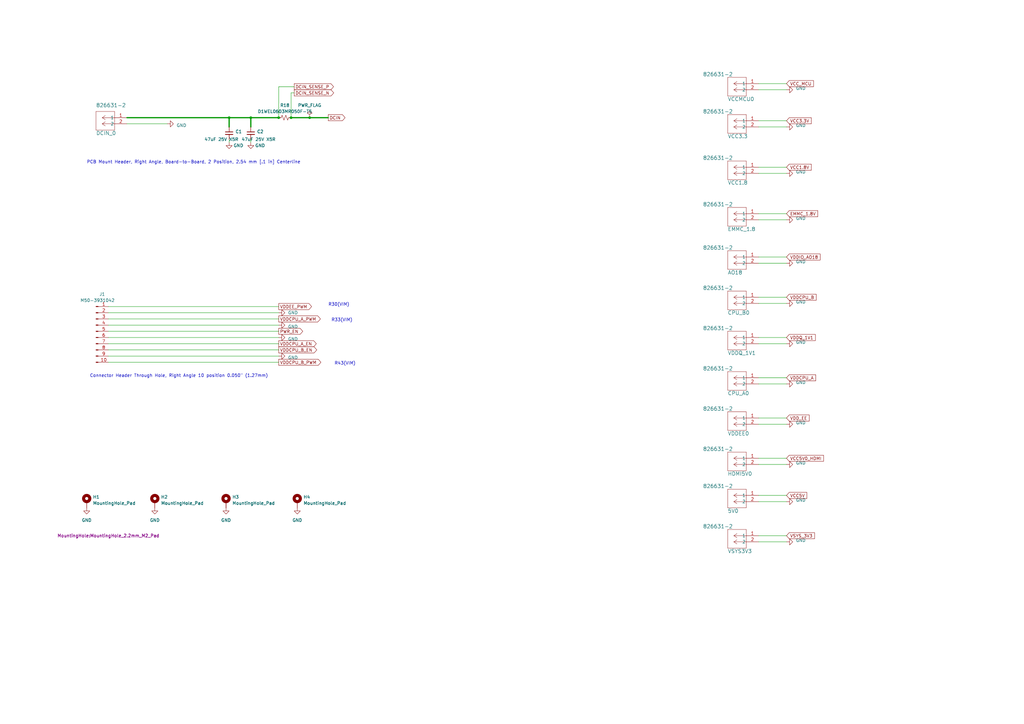
<source format=kicad_sch>
(kicad_sch (version 20230121) (generator eeschema)
  (paper "A3")
  (title_block (title "Gonk") (date "2023-07-20") (rev "P0"))
  (lib_symbols
    (symbol "Connector:Conn_01x10_Pin" (pin_names (offset 1.016) hide)
      (property "Reference" "J" (at 0 12.7 0))
      (property "Value" "Conn_01x10_Pin" (at 0 -15.24 0))
      (symbol "Conn_01x10_Pin_1_1"
        (polyline (pts (xy 1.27 -12.7) (xy 0.8636 -12.7)) (stroke (width 0.1524)))
        (polyline (pts (xy 1.27 -10.16) (xy 0.8636 -10.16)) (stroke (width 0.1524)))
        (polyline (pts (xy 1.27 -7.62) (xy 0.8636 -7.62)) (stroke (width 0.1524)))
        (polyline (pts (xy 1.27 -5.08) (xy 0.8636 -5.08)) (stroke (width 0.1524)))
        (polyline (pts (xy 1.27 -2.54) (xy 0.8636 -2.54)) (stroke (width 0.1524)))
        (polyline (pts (xy 1.27 0) (xy 0.8636 0)) (stroke (width 0.1524)))
        (polyline (pts (xy 1.27 2.54) (xy 0.8636 2.54)) (stroke (width 0.1524)))
        (polyline (pts (xy 1.27 5.08) (xy 0.8636 5.08)) (stroke (width 0.1524)))
        (polyline (pts (xy 1.27 7.62) (xy 0.8636 7.62)) (stroke (width 0.1524)))
        (polyline (pts (xy 1.27 10.16) (xy 0.8636 10.16)) (stroke (width 0.1524)))
        (rectangle (start 0.8636 -12.573) (end 0 -12.827) (stroke (width 0.1524)) (fill (type outline)))
        (rectangle (start 0.8636 -10.033) (end 0 -10.287) (stroke (width 0.1524)) (fill (type outline)))
        (rectangle (start 0.8636 -7.493) (end 0 -7.747) (stroke (width 0.1524)) (fill (type outline)))
        (rectangle (start 0.8636 -4.953) (end 0 -5.207) (stroke (width 0.1524)) (fill (type outline)))
        (rectangle (start 0.8636 -2.413) (end 0 -2.667) (stroke (width 0.1524)) (fill (type outline)))
        (rectangle (start 0.8636 0.127) (end 0 -0.127) (stroke (width 0.1524)) (fill (type outline)))
        (rectangle (start 0.8636 2.667) (end 0 2.413) (stroke (width 0.1524)) (fill (type outline)))
        (rectangle (start 0.8636 5.207) (end 0 4.953) (stroke (width 0.1524)) (fill (type outline)))
        (rectangle (start 0.8636 7.747) (end 0 7.493) (stroke (width 0.1524)) (fill (type outline)))
        (rectangle (start 0.8636 10.287) (end 0 10.033) (stroke (width 0.1524)) (fill (type outline)))
        (pin passive line (at 5.08 10.16 180) (length 3.81) (name "Pin_1") (number "1"))
        (pin passive line (at 5.08 -12.7 180) (length 3.81) (name "Pin_10") (number "10"))
        (pin passive line (at 5.08 7.62 180) (length 3.81) (name "Pin_2") (number "2"))
        (pin passive line (at 5.08 5.08 180) (length 3.81) (name "Pin_3") (number "3"))
        (pin passive line (at 5.08 2.54 180) (length 3.81) (name "Pin_4") (number "4"))
        (pin passive line (at 5.08 0 180) (length 3.81) (name "Pin_5") (number "5"))
        (pin passive line (at 5.08 -2.54 180) (length 3.81) (name "Pin_6") (number "6"))
        (pin passive line (at 5.08 -5.08 180) (length 3.81) (name "Pin_7") (number "7"))
        (pin passive line (at 5.08 -7.62 180) (length 3.81) (name "Pin_8") (number "8"))
        (pin passive line (at 5.08 -10.16 180) (length 3.81) (name "Pin_9") (number "9"))
      )
    )
    (symbol "Connector:TSW-102-07-G-S" (pin_names (offset 0.254))
      (property "Reference" "J" (at 8.89 6.35 0))
      (property "Value" "TSW-102-07-G-S" (at 0 0 0))
      (symbol "TSW-102-07-G-S_1_1"
        (polyline (pts (xy 5.08 -5.08) (xy 12.7 -5.08)) (stroke (width 0.127)))
        (polyline (pts (xy 5.08 2.54) (xy 5.08 -5.08)) (stroke (width 0.127)))
        (polyline (pts (xy 10.16 -2.54) (xy 5.08 -2.54)) (stroke (width 0.127)))
        (polyline (pts (xy 10.16 -2.54) (xy 8.89 -3.3867)) (stroke (width 0.127)))
        (polyline (pts (xy 10.16 -2.54) (xy 8.89 -1.6933)) (stroke (width 0.127)))
        (polyline (pts (xy 10.16 0) (xy 5.08 0)) (stroke (width 0.127)))
        (polyline (pts (xy 10.16 0) (xy 8.89 -0.8467)) (stroke (width 0.127)))
        (polyline (pts (xy 10.16 0) (xy 8.89 0.8467)) (stroke (width 0.127)))
        (polyline (pts (xy 12.7 -5.08) (xy 12.7 2.54)) (stroke (width 0.127)))
        (polyline (pts (xy 12.7 2.54) (xy 5.08 2.54)) (stroke (width 0.127)))
        (pin unspecified line (at 0 0 0) (length 5.08) (name "1") (number "1"))
        (pin unspecified line (at 0 -2.54 0) (length 5.08) (name "2") (number "2"))
      )
      (symbol "TSW-102-07-G-S_1_2"
        (polyline (pts (xy 5.08 -5.08) (xy 12.7 -5.08)) (stroke (width 0.127)))
        (polyline (pts (xy 5.08 2.54) (xy 5.08 -5.08)) (stroke (width 0.127)))
        (polyline (pts (xy 7.62 -2.54) (xy 5.08 -2.54)) (stroke (width 0.127)))
        (polyline (pts (xy 7.62 -2.54) (xy 8.89 -3.3867)) (stroke (width 0.127)))
        (polyline (pts (xy 7.62 -2.54) (xy 8.89 -1.6933)) (stroke (width 0.127)))
        (polyline (pts (xy 7.62 0) (xy 5.08 0)) (stroke (width 0.127)))
        (polyline (pts (xy 7.62 0) (xy 8.89 -0.8467)) (stroke (width 0.127)))
        (polyline (pts (xy 7.62 0) (xy 8.89 0.8467)) (stroke (width 0.127)))
        (polyline (pts (xy 12.7 -5.08) (xy 12.7 2.54)) (stroke (width 0.127)))
        (polyline (pts (xy 12.7 2.54) (xy 5.08 2.54)) (stroke (width 0.127)))
        (pin unspecified line (at 0 0 0) (length 5.08) (name "1") (number "1"))
        (pin unspecified line (at 0 -2.54 0) (length 5.08) (name "2") (number "2"))
      )
    )
    (symbol "Device:C_Small" (pin_numbers hide) (pin_names (offset 0.254) hide)
      (property "Reference" "C" (at 0.254 1.778 0))
      (property "Value" "C_Small" (at 0.254 -2.032 0))
      (symbol "C_Small_0_1"
        (polyline (pts (xy -1.524 -0.508) (xy 1.524 -0.508)) (stroke (width 0.3302)))
        (polyline (pts (xy -1.524 0.508) (xy 1.524 0.508)) (stroke (width 0.3048)))
      )
      (symbol "C_Small_1_1"
        (pin passive line (at 0 2.54 270) (length 2.032) (name "~") (number "1"))
        (pin passive line (at 0 -2.54 90) (length 2.032) (name "~") (number "2"))
      )
    )
    (symbol "Device:R_Small_US" (pin_numbers hide) (pin_names (offset 0.254) hide)
      (property "Reference" "R" (at 0.762 0.508 0))
      (property "Value" "R_Small_US" (at 0.762 -1.016 0))
      (symbol "R_Small_US_1_1"
        (polyline (pts (xy 0 0) (xy 1.016 -0.381) (xy 0 -0.762) (xy -1.016 -1.143) (xy 0 -1.524)))
        (polyline (pts (xy 0 1.524) (xy 1.016 1.143) (xy 0 0.762) (xy -1.016 0.381) (xy 0 0)))
        (pin passive line (at 0 2.54 270) (length 1.016) (name "~") (number "1"))
        (pin passive line (at 0 -2.54 90) (length 1.016) (name "~") (number "2"))
      )
    )
    (symbol "Mechanical:MountingHole_Pad" (pin_numbers hide) (pin_names (offset 1.016) hide)
      (property "Reference" "H" (at 0 6.35 0))
      (property "Value" "MountingHole_Pad" (at 0 4.445 0))
      (symbol "MountingHole_Pad_0_1"
        (circle (center 0 1.27) (radius 1.27) (stroke (width 1.27)))
      )
      (symbol "MountingHole_Pad_1_1"
        (pin input line (at 0 -2.54 90) (length 2.54) (name "1") (number "1"))
      )
    )
    (symbol "power:GND" (power) (pin_names (offset 0))
      (property "Value" "GND" (at 0 -3.81 0))
      (symbol "GND_0_1"
        (polyline (pts (xy 0 0) (xy 0 -1.27) (xy 1.27 -1.27) (xy 0 -2.54) (xy -1.27 -1.27) (xy 0 -1.27)))
      )
      (symbol "GND_1_1"
        (pin power_in line (at 0 0 270) (length 0) hide (name "GND") (number "1"))
      )
    )
    (symbol "power:PWR_FLAG" (power) (pin_numbers hide) (pin_names (offset 0) hide)
      (property "Value" "PWR_FLAG" (at 0 3.81 0))
      (symbol "PWR_FLAG_0_0"
        (pin power_out line (at 0 0 90) (length 0) (name "pwr") (number "1"))
      )
      (symbol "PWR_FLAG_0_1"
        (polyline (pts (xy 0 0) (xy 0 1.27) (xy -1.016 1.905) (xy 0 2.54) (xy 1.016 1.905) (xy 0 1.27)))
      )
    )
  )
  (junction (at 127 48.26))
  (junction (at 114.3 48.26))
  (junction (at 93.98 48.26))
  (junction (at 119.38 48.26))
  (junction (at 102.87 48.26))
  (wire (pts (xy 311.15 222.25) (xy 322.58 222.25)))
  (wire (pts (xy 311.15 157.48) (xy 322.58 157.48)))
  (wire (pts (xy 322.58 87.63) (xy 311.15 87.63)))
  (wire (pts (xy 44.45 138.43) (xy 114.3 138.43)))
  (wire (pts (xy 102.87 57.15) (xy 102.87 58.42)))
  (wire (pts (xy 311.15 107.95) (xy 322.58 107.95)))
  (wire (pts (xy 311.15 36.83) (xy 322.58 36.83)))
  (wire (pts (xy 120.65 38.1) (xy 119.38 38.1)))
  (wire (pts (xy 102.87 48.26) (xy 102.87 52.07)) (stroke (width 0.5)))
  (wire (pts (xy 322.58 138.43) (xy 311.15 138.43)))
  (wire (pts (xy 120.65 35.56) (xy 114.3 35.56)))
  (wire (pts (xy 102.87 48.26) (xy 114.3 48.26)) (stroke (width 0.5)))
  (wire (pts (xy 322.58 105.41) (xy 311.15 105.41)))
  (wire (pts (xy 322.58 49.53) (xy 311.15 49.53)))
  (wire (pts (xy 44.45 146.05) (xy 114.3 146.05)))
  (wire (pts (xy 322.58 219.71) (xy 311.15 219.71)))
  (wire (pts (xy 44.45 130.81) (xy 114.3 130.81)))
  (wire (pts (xy 322.58 171.45) (xy 311.15 171.45)))
  (wire (pts (xy 93.98 57.15) (xy 93.98 58.42)))
  (wire (pts (xy 44.45 140.97) (xy 114.3 140.97)))
  (wire (pts (xy 119.38 38.1) (xy 119.38 48.26)))
  (wire (pts (xy 123.19 48.26) (xy 127 48.26)))
  (wire (pts (xy 119.38 48.26) (xy 127 48.26)) (stroke (width 0.5)))
  (wire (pts (xy 127 48.26) (xy 134.62 48.26)) (stroke (width 0.5)))
  (wire (pts (xy 311.15 124.46) (xy 322.58 124.46)))
  (wire (pts (xy 44.45 133.35) (xy 114.3 133.35)))
  (wire (pts (xy 44.45 148.59) (xy 114.3 148.59)))
  (wire (pts (xy 93.98 48.26) (xy 102.87 48.26)) (stroke (width 0.5)))
  (wire (pts (xy 311.15 205.74) (xy 322.58 205.74)))
  (wire (pts (xy 44.45 128.27) (xy 114.3 128.27)))
  (wire (pts (xy 311.15 190.5) (xy 322.58 190.5)))
  (wire (pts (xy 44.45 135.89) (xy 114.3 135.89)))
  (wire (pts (xy 311.15 140.97) (xy 322.58 140.97)))
  (wire (pts (xy 322.58 203.2) (xy 311.15 203.2)))
  (wire (pts (xy 322.58 34.29) (xy 311.15 34.29)))
  (wire (pts (xy 52.07 50.8) (xy 68.58 50.8)))
  (wire (pts (xy 322.58 121.92) (xy 311.15 121.92)))
  (wire (pts (xy 52.07 48.26) (xy 93.98 48.26)) (stroke (width 0.5)))
  (wire (pts (xy 93.98 48.26) (xy 93.98 52.07)) (stroke (width 0.5)))
  (wire (pts (xy 311.15 90.17) (xy 322.58 90.17)))
  (wire (pts (xy 311.15 173.99) (xy 322.58 173.99)))
  (wire (pts (xy 44.45 143.51) (xy 114.3 143.51)))
  (wire (pts (xy 311.15 52.07) (xy 322.58 52.07)))
  (wire (pts (xy 322.58 187.96) (xy 311.15 187.96)))
  (wire (pts (xy 44.45 125.73) (xy 114.3 125.73)))
  (wire (pts (xy 322.58 68.58) (xy 311.15 68.58)))
  (wire (pts (xy 114.3 35.56) (xy 114.3 48.26)))
  (wire (pts (xy 322.58 154.94) (xy 311.15 154.94)))
  (wire (pts (xy 311.15 71.12) (xy 322.58 71.12)))
  (text "Connector Header Through Hole, Right Angle 10 position 0.050\" (1.27mm)\n" (at 36.83 154.94 0) (effects (font (size 1.27 1.27)) (justify left bottom)))
  (text "R33(VIM)" (at 135.89 132.08 0) (effects (font (size 1.27 1.27)) (justify left bottom)))
  (text "R30(VIM)" (at 134.62 125.73 0) (effects (font (size 1.27 1.27)) (justify left bottom)))
  (text "R43(VIM)" (at 137.16 149.86 0) (effects (font (size 1.27 1.27)) (justify left bottom)))
  (text "PCB Mount Header, Right Angle, Board-to-Board, 2 Position, 2.54 mm [.1 in] Centerline" (at 35.56 67.31 0) (effects (font (size 1.27 1.27)) (justify left bottom)))
  (global_label "EMMC_1.8V" (shape input) (at 322.58 87.63 0) (property "Intersheetrefs" "${INTERSHEET_REFS}" (at 335.8876 87.63 0) (effects (justify left))))
  (global_label "VDDCPU_A" (shape input) (at 322.58 154.94 0) (property "Intersheetrefs" "${INTERSHEET_REFS}" (at 335.0411 154.94 0) (effects (justify left))))
  (global_label "VDDCPU_B_EN" (shape output) (at 114.3 143.51 0) (property "Intersheetrefs" "${INTERSHEET_REFS}" (at 130.3896 143.51 0) (effects (justify left))))
  (global_label "VDDCPU_B" (shape input) (at 322.58 121.92 0) (property "Intersheetrefs" "${INTERSHEET_REFS}" (at 335.2225 121.92 0) (effects (justify left))))
  (global_label "PWR_EN" (shape output) (at 114.3 135.89 0) (property "Intersheetrefs" "${INTERSHEET_REFS}" (at 124.6443 135.89 0) (effects (justify left))))
  (global_label "DCIN_SENSE_P" (shape output) (at 120.65 35.56 0) (property "Intersheetrefs" "${INTERSHEET_REFS}" (at 137.2838 35.56 0) (effects (justify left))))
  (global_label "VDDCPU_A_PWM" (shape output) (at 114.3 130.81 0) (property "Intersheetrefs" "${INTERSHEET_REFS}" (at 131.9015 130.81 0) (effects (justify left))))
  (global_label "DCIN_SENSE_N" (shape output) (at 120.65 38.1 0) (property "Intersheetrefs" "${INTERSHEET_REFS}" (at 137.3443 38.1 0) (effects (justify left))))
  (global_label "VCC1.8V" (shape input) (at 322.58 68.58 0) (property "Intersheetrefs" "${INTERSHEET_REFS}" (at 333.2268 68.58 0) (effects (justify left))))
  (global_label "VDDEE_PWM" (shape output) (at 114.3 125.73 0) (property "Intersheetrefs" "${INTERSHEET_REFS}" (at 128.2728 125.73 0) (effects (justify left))))
  (global_label "VDDIO_AO18" (shape input) (at 322.58 105.41 0) (property "Intersheetrefs" "${INTERSHEET_REFS}" (at 336.8554 105.41 0) (effects (justify left))))
  (global_label "VDDCPU_A_EN" (shape output) (at 114.3 140.97 0) (property "Intersheetrefs" "${INTERSHEET_REFS}" (at 130.2082 140.97 0) (effects (justify left))))
  (global_label "VCC_MCU" (shape input) (at 322.58 34.29 0) (property "Intersheetrefs" "${INTERSHEET_REFS}" (at 334.1339 34.29 0) (effects (justify left))))
  (global_label "VCC3.3V" (shape input) (at 322.58 49.53 0) (property "Intersheetrefs" "${INTERSHEET_REFS}" (at 333.2268 49.53 0) (effects (justify left))))
  (global_label "DCIN" (shape output) (at 134.62 48.26 0) (property "Intersheetrefs" "${INTERSHEET_REFS}" (at 142.0011 48.26 0) (effects (justify left))))
  (global_label "VCC5V" (shape input) (at 322.58 203.2 0) (property "Intersheetrefs" "${INTERSHEET_REFS}" (at 331.4125 203.2 0) (effects (justify left))))
  (global_label "VDD_EE" (shape input) (at 322.58 171.45 0) (property "Intersheetrefs" "${INTERSHEET_REFS}" (at 332.38 171.45 0) (effects (justify left))))
  (global_label "VSYS_3V3" (shape input) (at 322.58 219.71 0) (property "Intersheetrefs" "${INTERSHEET_REFS}" (at 334.5572 219.71 0) (effects (justify left))))
  (global_label "VDDQ_1V1" (shape input) (at 322.58 138.43 0) (property "Intersheetrefs" "${INTERSHEET_REFS}" (at 334.9201 138.43 0) (effects (justify left))))
  (global_label "VCC5V0_HDMI" (shape input) (at 322.58 187.96 0) (property "Intersheetrefs" "${INTERSHEET_REFS}" (at 338.2463 187.96 0) (effects (justify left))))
  (global_label "VDDCPU_B_PWM" (shape output) (at 114.3 148.59 0) (property "Intersheetrefs" "${INTERSHEET_REFS}" (at 132.0829 148.59 0) (effects (justify left))))
  (symbol (lib_id "power:GND") (at 322.58 157.48 90) (mirror x) (unit 1)
    (property "Reference" "#PWR028" (effects hide))
    (property "Value" "GND" (at 326.39 156.845 90) (effects (justify right)))
  )
  (symbol (lib_id "power:GND") (at 322.58 71.12 90) (mirror x) (unit 1)
    (property "Reference" "#PWR011" (effects hide))
    (property "Value" "GND" (at 326.39 70.485 90) (effects (justify right)))
  )
  (symbol (lib_id "power:GND") (at 93.98 58.42 0) (unit 1)
    (property "Reference" "#PWR07" (effects hide))
    (property "Value" "GND" (at 97.79 59.69 0))
  )
  (symbol (lib_id "Connector:Conn_01x10_Pin") (at 39.37 135.89 0) (unit 1)
    (property "Reference" "J1" (at 41.91 120.65 0))
    (property "Value" "M50-3931042" (at 40.005 123.19 0))
    (property "Footprint" "Connector_PinHeader_1.27mm:PinHeader_1x10_P1.27mm_Horizontal" (effects hide))
  )
  (symbol (lib_id "power:GND") (at 322.58 173.99 90) (mirror x) (unit 1)
    (property "Reference" "#PWR030" (effects hide))
    (property "Value" "GND" (at 326.39 173.355 90) (effects (justify right)))
  )
  (symbol (lib_id "power:PWR_FLAG") (at 127 48.26 0) (unit 1)
    (property "Reference" "#FLG01" (effects hide))
    (property "Value" "PWR_FLAG" (at 127 43.18 0))
  )
  (symbol (lib_id "Connector:TSW-102-07-G-S") (at 311.15 34.29 0) (mirror y) (unit 1)
    (property "Reference" "VCCMCU0" (at 298.45 40.64 0) (effects (font (size 1.524 1.524)) (justify right)))
    (property "Value" "826631-2" (at 288.29 30.48 0) (effects (font (size 1.524 1.524)) (justify right)))
    (property "Footprint" "Connector_TE-Connectivity:TE_826631-2" (effects hide))
  )
  (symbol (lib_id "Connector:TSW-102-07-G-S") (at 311.15 105.41 0) (mirror y) (unit 1)
    (property "Reference" "AO18" (at 298.45 111.76 0) (effects (font (size 1.524 1.524)) (justify right)))
    (property "Value" "826631-2" (at 288.29 101.6 0) (effects (font (size 1.524 1.524)) (justify right)))
    (property "Footprint" "Connector_TE-Connectivity:TE_826631-2" (effects hide))
  )
  (symbol (lib_id "power:GND") (at 92.71 208.28 0) (unit 1)
    (property "Reference" "#PWR024" (effects hide))
    (property "Value" "GND" (at 92.71 213.36 0))
  )
  (symbol (lib_id "Mechanical:MountingHole_Pad") (at 35.56 205.74 0) (unit 1)
    (property "Reference" "H1" (at 38.1 203.835 0) (effects (justify left)))
    (property "Value" "MountingHole_Pad" (at 38.1 206.375 0) (effects (justify left)))
    (property "Footprint" "MountingHole:MountingHole_2.2mm_M2_Pad" (at 44.45 219.71 0))
  )
  (symbol (lib_id "power:GND") (at 322.58 36.83 90) (mirror x) (unit 1)
    (property "Reference" "#PWR02" (effects hide))
    (property "Value" "GND" (at 326.39 36.195 90) (effects (justify right)))
  )
  (symbol (lib_id "Connector:TSW-102-07-G-S") (at 311.15 203.2 0) (mirror y) (unit 1)
    (property "Reference" "5V0" (at 298.45 209.55 0) (effects (font (size 1.524 1.524)) (justify right)))
    (property "Value" "826631-2" (at 288.29 199.39 0) (effects (font (size 1.524 1.524)) (justify right)))
    (property "Footprint" "Connector_TE-Connectivity:TE_826631-2" (effects hide))
  )
  (symbol (lib_id "Device:R_Small_US") (at 116.84 48.26 90) (unit 1)
    (property "Reference" "R18" (at 116.84 43.18 90))
    (property "Value" "D1WEL0603MR050F-T5" (at 116.84 45.72 90))
    (property "Footprint" "Resistor_SMD:R_0603_1608Metric" (effects hide))
    (instances (project "Gonk" (path "" (reference "R18") (unit 1)) (path "" (reference "R51") (unit 1)) (path "" (reference "R1") (unit 1))))
  )
  (symbol (lib_id "power:GND") (at 63.5 208.28 0) (unit 1)
    (property "Reference" "#PWR023" (effects hide))
    (property "Value" "GND" (at 63.5 213.36 0))
  )
  (symbol (lib_id "Mechanical:MountingHole_Pad") (at 121.92 205.74 0) (unit 1)
    (property "Reference" "H4" (at 124.46 203.835 0) (effects (justify left)))
    (property "Value" "MountingHole_Pad" (at 124.46 206.375 0) (effects (justify left)))
    (property "Footprint" "MountingHole:MountingHole_2.2mm_M2_Pad" (effects hide))
  )
  (symbol (lib_id "power:GND") (at 322.58 222.25 90) (mirror x) (unit 1)
    (property "Reference" "#PWR036" (effects hide))
    (property "Value" "GND" (at 326.39 221.615 90) (effects (justify right)))
  )
  (symbol (lib_id "power:GND") (at 114.3 133.35 90) (unit 1)
    (property "Reference" "#PWR014" (effects hide))
    (property "Value" "GND" (at 118.11 133.985 90) (effects (justify right)))
  )
  (symbol (lib_id "power:GND") (at 114.3 128.27 90) (unit 1)
    (property "Reference" "#PWR013" (effects hide))
    (property "Value" "GND" (at 118.11 128.27 90) (effects (justify right)))
  )
  (symbol (lib_id "power:GND") (at 114.3 146.05 90) (unit 1)
    (property "Reference" "#PWR012" (effects hide))
    (property "Value" "GND" (at 118.11 146.685 90) (effects (justify right)))
  )
  (symbol (lib_id "Mechanical:MountingHole_Pad") (at 63.5 205.74 0) (unit 1)
    (property "Reference" "H2" (at 66.04 203.835 0) (effects (justify left)))
    (property "Value" "MountingHole_Pad" (at 66.04 206.375 0) (effects (justify left)))
    (property "Footprint" "MountingHole:MountingHole_2.2mm_M2_Pad" (effects hide))
  )
  (symbol (lib_id "Connector:TSW-102-07-G-S") (at 311.15 187.96 0) (mirror y) (unit 1)
    (property "Reference" "HDMI5V0" (at 298.45 194.31 0) (effects (font (size 1.524 1.524)) (justify right)))
    (property "Value" "826631-2" (at 288.29 184.15 0) (effects (font (size 1.524 1.524)) (justify right)))
    (property "Footprint" "Connector_TE-Connectivity:TE_826631-2" (effects hide))
  )
  (symbol (lib_id "Connector:TSW-102-07-G-S") (at 52.07 48.26 0) (mirror y) (unit 1)
    (property "Reference" "DCIN_0" (at 39.37 54.61 0) (effects (font (size 1.524 1.524)) (justify right)))
    (property "Value" "826631-2" (at 39.37 43.18 0) (effects (font (size 1.524 1.524)) (justify right)))
    (property "Footprint" "Connector_TE-Connectivity:TE_826631-2" (effects hide))
  )
  (symbol (lib_id "power:GND") (at 35.56 208.28 0) (unit 1)
    (property "Reference" "#PWR022" (effects hide))
    (property "Value" "GND" (at 35.56 213.36 0))
  )
  (symbol (lib_id "power:GND") (at 322.58 140.97 90) (mirror x) (unit 1)
    (property "Reference" "#PWR026" (effects hide))
    (property "Value" "GND" (at 326.39 140.335 90) (effects (justify right)))
  )
  (symbol (lib_id "Connector:TSW-102-07-G-S") (at 311.15 138.43 0) (mirror y) (unit 1)
    (property "Reference" "VDDQ_1V1" (at 298.45 144.78 0) (effects (font (size 1.524 1.524)) (justify right)))
    (property "Value" "826631-2" (at 288.29 134.62 0) (effects (font (size 1.524 1.524)) (justify right)))
    (property "Footprint" "Connector_TE-Connectivity:TE_826631-2" (effects hide))
  )
  (symbol (lib_id "Connector:TSW-102-07-G-S") (at 311.15 68.58 0) (mirror y) (unit 1)
    (property "Reference" "VCC1.8" (at 298.45 74.93 0) (effects (font (size 1.524 1.524)) (justify right)))
    (property "Value" "826631-2" (at 288.29 64.77 0) (effects (font (size 1.524 1.524)) (justify right)))
    (property "Footprint" "Connector_TE-Connectivity:TE_826631-2" (effects hide))
  )
  (symbol (lib_id "Connector:TSW-102-07-G-S") (at 311.15 219.71 0) (mirror y) (unit 1)
    (property "Reference" "VSYS3V3" (at 298.45 226.06 0) (effects (font (size 1.524 1.524)) (justify right)))
    (property "Value" "826631-2" (at 288.29 215.9 0) (effects (font (size 1.524 1.524)) (justify right)))
    (property "Footprint" "Connector_TE-Connectivity:TE_826631-2" (effects hide))
  )
  (symbol (lib_id "Device:C_Small") (at 93.98 54.61 0) (unit 1)
    (property "Reference" "C1" (at 96.52 53.9813 0) (effects (justify left)))
    (property "Value" "47uF 25V X5R" (at 83.82 57.15 0) (effects (justify left)))
    (property "Footprint" "Capacitor_SMD:C_1206_3216Metric" (effects hide))
  )
  (symbol (lib_id "Connector:TSW-102-07-G-S") (at 311.15 171.45 0) (mirror y) (unit 1)
    (property "Reference" "VDDEE0" (at 298.45 177.8 0) (effects (font (size 1.524 1.524)) (justify right)))
    (property "Value" "826631-2" (at 288.29 167.64 0) (effects (font (size 1.524 1.524)) (justify right)))
    (property "Footprint" "Connector_TE-Connectivity:TE_826631-2" (effects hide))
  )
  (symbol (lib_id "power:GND") (at 68.58 50.8 90) (unit 1)
    (property "Reference" "#PWR05" (effects hide))
    (property "Value" "GND" (at 72.39 51.435 90) (effects (justify right)))
  )
  (symbol (lib_id "Connector:TSW-102-07-G-S") (at 311.15 49.53 0) (mirror y) (unit 1)
    (property "Reference" "VCC3.3" (at 298.45 55.88 0) (effects (font (size 1.524 1.524)) (justify right)))
    (property "Value" "826631-2" (at 288.29 45.72 0) (effects (font (size 1.524 1.524)) (justify right)))
    (property "Footprint" "Connector_TE-Connectivity:TE_826631-2" (effects hide))
  )
  (symbol (lib_id "Mechanical:MountingHole_Pad") (at 92.71 205.74 0) (unit 1)
    (property "Reference" "H3" (at 95.25 203.835 0) (effects (justify left)))
    (property "Value" "MountingHole_Pad" (at 95.25 206.375 0) (effects (justify left)))
    (property "Footprint" "MountingHole:MountingHole_2.2mm_M2_Pad" (effects hide))
  )
  (symbol (lib_id "Connector:TSW-102-07-G-S") (at 311.15 121.92 0) (mirror y) (unit 1)
    (property "Reference" "CPU_B0" (at 298.45 128.27 0) (effects (font (size 1.524 1.524)) (justify right)))
    (property "Value" "826631-2" (at 288.29 118.11 0) (effects (font (size 1.524 1.524)) (justify right)))
    (property "Footprint" "Connector_TE-Connectivity:TE_826631-2" (effects hide))
  )
  (symbol (lib_id "power:GND") (at 322.58 107.95 90) (mirror x) (unit 1)
    (property "Reference" "#PWR018" (effects hide))
    (property "Value" "GND" (at 326.39 107.315 90) (effects (justify right)))
  )
  (symbol (lib_id "Device:C_Small") (at 102.87 54.61 0) (unit 1)
    (property "Reference" "C2" (at 105.41 53.9813 0) (effects (justify left)))
    (property "Value" "47uF 25V X5R" (at 99.06 57.15 0) (effects (justify left)))
    (property "Footprint" "Capacitor_SMD:C_1206_3216Metric" (effects hide))
  )
  (symbol (lib_id "Connector:TSW-102-07-G-S") (at 311.15 87.63 0) (mirror y) (unit 1)
    (property "Reference" "EMMC_1.8" (at 298.45 93.98 0) (effects (font (size 1.524 1.524)) (justify right)))
    (property "Value" "826631-2" (at 288.29 83.82 0) (effects (font (size 1.524 1.524)) (justify right)))
    (property "Footprint" "Connector_TE-Connectivity:TE_826631-2" (effects hide))
  )
  (symbol (lib_id "power:GND") (at 121.92 208.28 0) (unit 1)
    (property "Reference" "#PWR025" (effects hide))
    (property "Value" "GND" (at 121.92 213.36 0))
  )
  (symbol (lib_id "power:GND") (at 322.58 205.74 90) (mirror x) (unit 1)
    (property "Reference" "#PWR034" (effects hide))
    (property "Value" "GND" (at 326.39 205.105 90) (effects (justify right)))
  )
  (symbol (lib_id "power:GND") (at 322.58 52.07 90) (mirror x) (unit 1)
    (property "Reference" "#PWR06" (effects hide))
    (property "Value" "GND" (at 326.39 51.435 90) (effects (justify right)))
  )
  (symbol (lib_id "power:GND") (at 322.58 124.46 90) (mirror x) (unit 1)
    (property "Reference" "#PWR020" (effects hide))
    (property "Value" "GND" (at 326.39 123.825 90) (effects (justify right)))
  )
  (symbol (lib_id "power:GND") (at 322.58 90.17 90) (mirror x) (unit 1)
    (property "Reference" "#PWR016" (effects hide))
    (property "Value" "GND" (at 326.39 89.535 90) (effects (justify right)))
  )
  (symbol (lib_id "power:GND") (at 322.58 190.5 90) (mirror x) (unit 1)
    (property "Reference" "#PWR032" (effects hide))
    (property "Value" "GND" (at 326.39 189.865 90) (effects (justify right)))
  )
  (symbol (lib_id "power:GND") (at 102.87 58.42 0) (unit 1)
    (property "Reference" "#PWR08" (effects hide))
    (property "Value" "GND" (at 106.68 59.69 0))
  )
  (symbol (lib_id "Connector:TSW-102-07-G-S") (at 311.15 154.94 0) (mirror y) (unit 1)
    (property "Reference" "CPU_A0" (at 298.45 161.29 0) (effects (font (size 1.524 1.524)) (justify right)))
    (property "Value" "826631-2" (at 288.29 151.13 0) (effects (font (size 1.524 1.524)) (justify right)))
    (property "Footprint" "Connector_TE-Connectivity:TE_826631-2" (effects hide))
  )
  (symbol (lib_id "power:GND") (at 114.3 138.43 90) (unit 1)
    (property "Reference" "#PWR010" (effects hide))
    (property "Value" "GND" (at 118.11 139.065 90) (effects (justify right)))
  )
)
</source>
